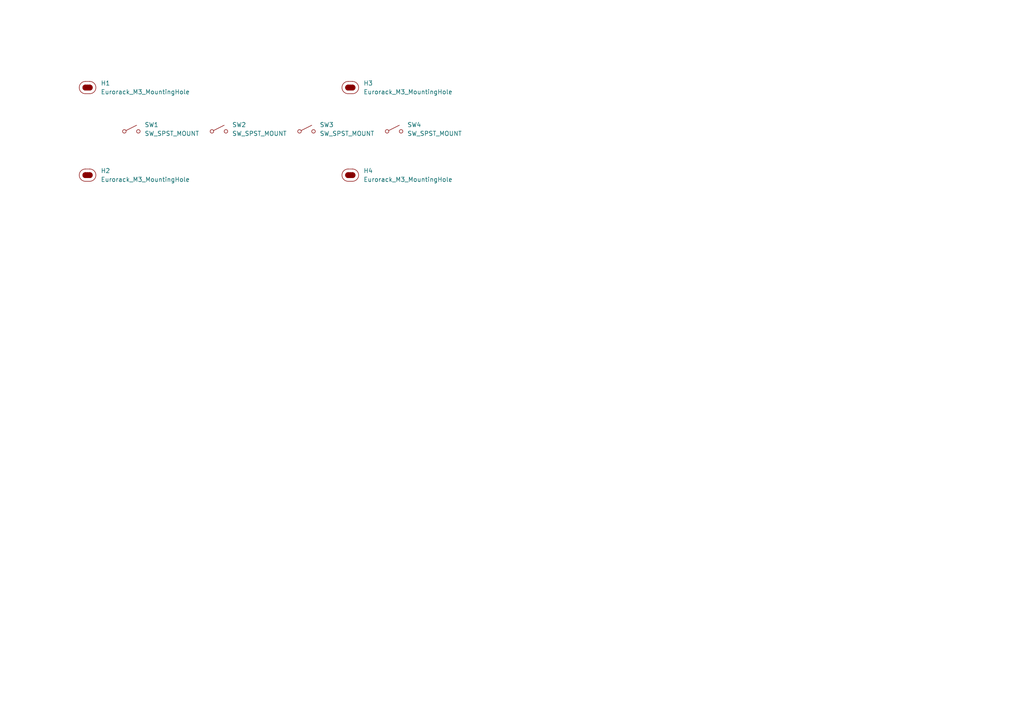
<source format=kicad_sch>
(kicad_sch (version 20250114) (generator "eeschema") (generator_version "9.0")
  (paper "A4")
  (lib_symbols
    (symbol "EXC:Eurorack_M3_MountingHole" (pin_names (offset 1.016))
      (property "Reference" "H" (at 0 5.08 0))
      (property "Value" "Eurorack_M3_MountingHole" (at 0 3.175 0))
      (symbol "Eurorack_M3_MountingHole_0_1"
        (polyline (pts (xy -0.635 0.762) (xy 0.635 0.762)))
        (circle (center -0.635 0) (radius 0.762) (fill (type outline)))
        (arc (start -0.635 -0.762) (mid -1.397 0) (end -0.635 0.762))
        (arc (start -0.635 -1.778) (mid -2.413 0) (end -0.635 1.778))
        (polyline (pts (xy -0.635 -0.762) (xy 0.635 -0.762)))
        (polyline (pts (xy -0.635 -1.778) (xy 0.635 -1.778)))
        (circle (center 0 0) (radius 0.762) (fill (type outline)))
        (polyline (pts (xy 0.635 1.778) (xy -0.635 1.778)))
        (arc (start 0.6141 1.778) (mid 2.4131 0) (end 0.6141 -1.778))
        (arc (start 0.6227 0.762) (mid 1.3971 0) (end 0.6227 -0.762))
        (circle (center 0.635 0) (radius 0.762) (fill (type outline)))
      )
    )
    (symbol "EXC:SW_SPST-Cherry_Panel_Mount" (pin_names (offset 0) (hide yes))
      (property "Reference" "SW" (at 0 3.175 0))
      (property "Value" "SW_SPST_MOUNT" (at 0 -2.032 0))
      (symbol "SW_SPST-Cherry_Panel_Mount_0_0"
        (circle (center -2.032 0) (radius 0.508))
        (polyline (pts (xy -1.524 0.254) (xy 1.524 1.778)))
        (circle (center 2.032 0) (radius 0.508))
      )
    )
  )
  (symbol (lib_id "EXC:Eurorack_M3_MountingHole") (at 25.4 50.8 0) (unit 1)
    (property "Reference" "H2" (at 29.21 49.5299 0) (effects (justify left)))
    (property "Value" "Eurorack_M3_MountingHole" (at 29.21 52.0699 0) (effects (justify left)))
    (property "Footprint" "EXC:MountingHole_3.2mm_M3" (effects (hide yes)))
    (property "Description" "Mounting Hole without connection" (effects (hide yes)))
  )
  (symbol (lib_id "EXC:SW_SPST-Cherry_Panel_Mount") (at 63.5 38.1 0) (unit 1)
    (property "Reference" "SW2" (at 67.31 36.1949 0) (effects (justify left)))
    (property "Value" "SW_SPST_MOUNT" (at 67.31 38.7349 0) (effects (justify left)))
    (property "Footprint" "EXC:SW_Cherry_MX_1.00u_Mount" (effects (hide yes)))
    (property "Datasheet" "https://hirosarts.com/blog/keycap-dimensions-guide-for-beginners/" (effects (hide yes)))
    (property "Description" "Single Pole Single Throw (SPST) panel-mount switch" (effects (hide yes)))
    (property "Source" "https://www.adafruit.com/product/4954" (effects (hide yes)))
  )
  (symbol (lib_id "EXC:SW_SPST-Cherry_Panel_Mount") (at 38.1 38.1 0) (unit 1)
    (property "Reference" "SW1" (at 41.91 36.1949 0) (effects (justify left)))
    (property "Value" "SW_SPST_MOUNT" (at 41.91 38.7349 0) (effects (justify left)))
    (property "Footprint" "EXC:SW_Cherry_MX_1.00u_Mount" (effects (hide yes)))
    (property "Datasheet" "https://hirosarts.com/blog/keycap-dimensions-guide-for-beginners/" (effects (hide yes)))
    (property "Description" "Single Pole Single Throw (SPST) panel-mount switch" (effects (hide yes)))
    (property "Source" "https://www.adafruit.com/product/4954" (effects (hide yes)))
  )
  (symbol (lib_id "EXC:SW_SPST-Cherry_Panel_Mount") (at 88.9 38.1 0) (unit 1)
    (property "Reference" "SW3" (at 92.71 36.1949 0) (effects (justify left)))
    (property "Value" "SW_SPST_MOUNT" (at 92.71 38.7349 0) (effects (justify left)))
    (property "Footprint" "EXC:SW_Cherry_MX_1.00u_Mount" (effects (hide yes)))
    (property "Datasheet" "https://hirosarts.com/blog/keycap-dimensions-guide-for-beginners/" (effects (hide yes)))
    (property "Description" "Single Pole Single Throw (SPST) panel-mount switch" (effects (hide yes)))
    (property "Source" "https://www.adafruit.com/product/4954" (effects (hide yes)))
  )
  (symbol (lib_id "EXC:SW_SPST-Cherry_Panel_Mount") (at 114.3 38.1 0) (unit 1)
    (property "Reference" "SW4" (at 118.11 36.1949 0) (effects (justify left)))
    (property "Value" "SW_SPST_MOUNT" (at 118.11 38.7349 0) (effects (justify left)))
    (property "Footprint" "EXC:SW_Cherry_MX_1.00u_Mount" (effects (hide yes)))
    (property "Datasheet" "https://hirosarts.com/blog/keycap-dimensions-guide-for-beginners/" (effects (hide yes)))
    (property "Description" "Single Pole Single Throw (SPST) panel-mount switch" (effects (hide yes)))
    (property "Source" "https://www.adafruit.com/product/4954" (effects (hide yes)))
  )
  (symbol (lib_id "EXC:Eurorack_M3_MountingHole") (at 101.6 50.8 0) (unit 1)
    (property "Reference" "H4" (at 105.41 49.5299 0) (effects (justify left)))
    (property "Value" "Eurorack_M3_MountingHole" (at 105.41 52.0699 0) (effects (justify left)))
    (property "Footprint" "EXC:MountingHole_3.2mm_M3" (effects (hide yes)))
    (property "Description" "Mounting Hole without connection" (effects (hide yes)))
  )
  (symbol (lib_id "EXC:Eurorack_M3_MountingHole") (at 25.4 25.4 0) (unit 1)
    (property "Reference" "H1" (at 29.21 24.1299 0) (effects (justify left)))
    (property "Value" "Eurorack_M3_MountingHole" (at 29.21 26.6699 0) (effects (justify left)))
    (property "Footprint" "EXC:MountingHole_3.2mm_M3" (effects (hide yes)))
    (property "Description" "Mounting Hole without connection" (effects (hide yes)))
  )
  (symbol (lib_id "EXC:Eurorack_M3_MountingHole") (at 101.6 25.4 0) (unit 1)
    (property "Reference" "H3" (at 105.41 24.1299 0) (effects (justify left)))
    (property "Value" "Eurorack_M3_MountingHole" (at 105.41 26.6699 0) (effects (justify left)))
    (property "Footprint" "EXC:MountingHole_3.2mm_M3" (effects (hide yes)))
    (property "Description" "Mounting Hole without connection" (effects (hide yes)))
  )
)
</source>
